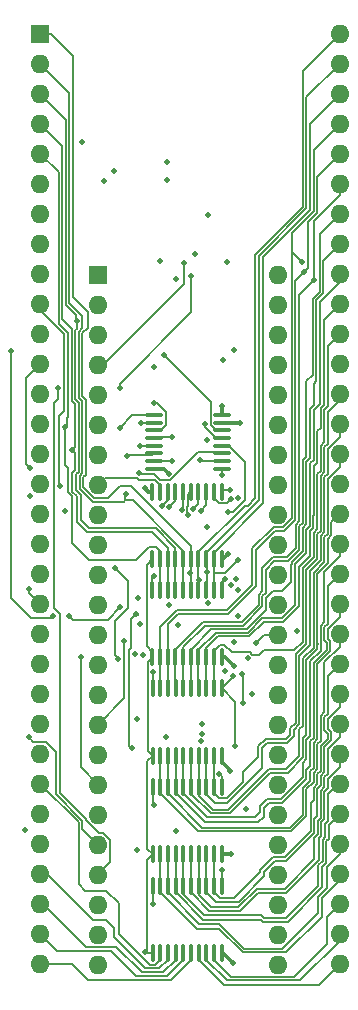
<source format=gbr>
G04 #@! TF.GenerationSoftware,KiCad,Pcbnew,7.0.5*
G04 #@! TF.CreationDate,2023-06-23T21:15:37-07:00*
G04 #@! TF.ProjectId,MCL68,4d434c36-382e-46b6-9963-61645f706362,rev?*
G04 #@! TF.SameCoordinates,Original*
G04 #@! TF.FileFunction,Copper,L1,Top*
G04 #@! TF.FilePolarity,Positive*
%FSLAX46Y46*%
G04 Gerber Fmt 4.6, Leading zero omitted, Abs format (unit mm)*
G04 Created by KiCad (PCBNEW 7.0.5) date 2023-06-23 21:15:37*
%MOMM*%
%LPD*%
G01*
G04 APERTURE LIST*
G04 Aperture macros list*
%AMRoundRect*
0 Rectangle with rounded corners*
0 $1 Rounding radius*
0 $2 $3 $4 $5 $6 $7 $8 $9 X,Y pos of 4 corners*
0 Add a 4 corners polygon primitive as box body*
4,1,4,$2,$3,$4,$5,$6,$7,$8,$9,$2,$3,0*
0 Add four circle primitives for the rounded corners*
1,1,$1+$1,$2,$3*
1,1,$1+$1,$4,$5*
1,1,$1+$1,$6,$7*
1,1,$1+$1,$8,$9*
0 Add four rect primitives between the rounded corners*
20,1,$1+$1,$2,$3,$4,$5,0*
20,1,$1+$1,$4,$5,$6,$7,0*
20,1,$1+$1,$6,$7,$8,$9,0*
20,1,$1+$1,$8,$9,$2,$3,0*%
G04 Aperture macros list end*
G04 #@! TA.AperFunction,SMDPad,CuDef*
%ADD10RoundRect,0.100000X-0.100000X0.637500X-0.100000X-0.637500X0.100000X-0.637500X0.100000X0.637500X0*%
G04 #@! TD*
G04 #@! TA.AperFunction,SMDPad,CuDef*
%ADD11RoundRect,0.100000X-0.637500X-0.100000X0.637500X-0.100000X0.637500X0.100000X-0.637500X0.100000X0*%
G04 #@! TD*
G04 #@! TA.AperFunction,ComponentPad*
%ADD12R,1.600000X1.600000*%
G04 #@! TD*
G04 #@! TA.AperFunction,ComponentPad*
%ADD13O,1.600000X1.600000*%
G04 #@! TD*
G04 #@! TA.AperFunction,ViaPad*
%ADD14C,0.500000*%
G04 #@! TD*
G04 #@! TA.AperFunction,Conductor*
%ADD15C,0.152400*%
G04 #@! TD*
G04 #@! TA.AperFunction,Conductor*
%ADD16C,0.304800*%
G04 #@! TD*
G04 APERTURE END LIST*
D10*
X154512200Y-119159100D03*
X153862200Y-119159100D03*
X153212200Y-119159100D03*
X152562200Y-119159100D03*
X151912200Y-119159100D03*
X151262200Y-119159100D03*
X150612200Y-119159100D03*
X149962200Y-119159100D03*
X149312200Y-119159100D03*
X148662200Y-119159100D03*
X148662200Y-124884100D03*
X149312200Y-124884100D03*
X149962200Y-124884100D03*
X150612200Y-124884100D03*
X151262200Y-124884100D03*
X151912200Y-124884100D03*
X152562200Y-124884100D03*
X153212200Y-124884100D03*
X153862200Y-124884100D03*
X154512200Y-124884100D03*
D11*
X148826300Y-87666400D03*
X148826300Y-88316400D03*
X148826300Y-88966400D03*
X148826300Y-89616400D03*
X148826300Y-90266400D03*
X148826300Y-90916400D03*
X148826300Y-91566400D03*
X148826300Y-92216400D03*
X154551300Y-92216400D03*
X154551300Y-91566400D03*
X154551300Y-90916400D03*
X154551300Y-90266400D03*
X154551300Y-89616400D03*
X154551300Y-88966400D03*
X154551300Y-88316400D03*
X154551300Y-87666400D03*
D12*
X144043400Y-75793600D03*
D13*
X144043400Y-78333600D03*
X144043400Y-80873600D03*
X144043400Y-83413600D03*
X144043400Y-85953600D03*
X144043400Y-88493600D03*
X144043400Y-91033600D03*
X144043400Y-93573600D03*
X144043400Y-96113600D03*
X144043400Y-98653600D03*
X144043400Y-101193600D03*
X144043400Y-103733600D03*
X144043400Y-106273600D03*
X144043400Y-108813600D03*
X144043400Y-111353600D03*
X144043400Y-113893600D03*
X144043400Y-116433600D03*
X144043400Y-118973600D03*
X144043400Y-121513600D03*
X144043400Y-124053600D03*
X144043400Y-126593600D03*
X144043400Y-129133600D03*
X144043400Y-131673600D03*
X144043400Y-134213600D03*
X159283400Y-134213600D03*
X159283400Y-131673600D03*
X159283400Y-129133600D03*
X159283400Y-126593600D03*
X159283400Y-124053600D03*
X159283400Y-121513600D03*
X159283400Y-118973600D03*
X159283400Y-116433600D03*
X159283400Y-113893600D03*
X159283400Y-111353600D03*
X159283400Y-108813600D03*
X159283400Y-106273600D03*
X159283400Y-103733600D03*
X159283400Y-101193600D03*
X159283400Y-98653600D03*
X159283400Y-96113600D03*
X159283400Y-93573600D03*
X159283400Y-91033600D03*
X159283400Y-88493600D03*
X159283400Y-85953600D03*
X159283400Y-83413600D03*
X159283400Y-80873600D03*
X159283400Y-78333600D03*
X159283400Y-75793600D03*
D10*
X154501200Y-94173200D03*
X153851200Y-94173200D03*
X153201200Y-94173200D03*
X152551200Y-94173200D03*
X151901200Y-94173200D03*
X151251200Y-94173200D03*
X150601200Y-94173200D03*
X149951200Y-94173200D03*
X149301200Y-94173200D03*
X148651200Y-94173200D03*
X148651200Y-99898200D03*
X149301200Y-99898200D03*
X149951200Y-99898200D03*
X150601200Y-99898200D03*
X151251200Y-99898200D03*
X151901200Y-99898200D03*
X152551200Y-99898200D03*
X153201200Y-99898200D03*
X153851200Y-99898200D03*
X154501200Y-99898200D03*
D12*
X139141200Y-55397400D03*
D13*
X139141200Y-57937400D03*
X139141200Y-60477400D03*
X139141200Y-63017400D03*
X139141200Y-65557400D03*
X139141200Y-68097400D03*
X139141200Y-70637400D03*
X139141200Y-73177400D03*
X139141200Y-75717400D03*
X139141200Y-78257400D03*
X139141200Y-80797400D03*
X139141200Y-83337400D03*
X139141200Y-85877400D03*
X139141200Y-88417400D03*
X139141200Y-90957400D03*
X139141200Y-93497400D03*
X139141200Y-96037400D03*
X139141200Y-98577400D03*
X139141200Y-101117400D03*
X139141200Y-103657400D03*
X139141200Y-106197400D03*
X139141200Y-108737400D03*
X139141200Y-111277400D03*
X139141200Y-113817400D03*
X139141200Y-116357400D03*
X139141200Y-118897400D03*
X139141200Y-121437400D03*
X139141200Y-123977400D03*
X139141200Y-126517400D03*
X139141200Y-129057400D03*
X139141200Y-131597400D03*
X139141200Y-134137400D03*
X164541200Y-134137400D03*
X164541200Y-131597400D03*
X164541200Y-129057400D03*
X164541200Y-126517400D03*
X164541200Y-123977400D03*
X164541200Y-121437400D03*
X164541200Y-118897400D03*
X164541200Y-116357400D03*
X164541200Y-113817400D03*
X164541200Y-111277400D03*
X164541200Y-108737400D03*
X164541200Y-106197400D03*
X164541200Y-103657400D03*
X164541200Y-101117400D03*
X164541200Y-98577400D03*
X164541200Y-96037400D03*
X164541200Y-93497400D03*
X164541200Y-90957400D03*
X164541200Y-88417400D03*
X164541200Y-85877400D03*
X164541200Y-83337400D03*
X164541200Y-80797400D03*
X164541200Y-78257400D03*
X164541200Y-75717400D03*
X164541200Y-73177400D03*
X164541200Y-70637400D03*
X164541200Y-68097400D03*
X164541200Y-65557400D03*
X164541200Y-63017400D03*
X164541200Y-60477400D03*
X164541200Y-57937400D03*
X164541200Y-55397400D03*
D10*
X154512200Y-127541100D03*
X153862200Y-127541100D03*
X153212200Y-127541100D03*
X152562200Y-127541100D03*
X151912200Y-127541100D03*
X151262200Y-127541100D03*
X150612200Y-127541100D03*
X149962200Y-127541100D03*
X149312200Y-127541100D03*
X148662200Y-127541100D03*
X148662200Y-133266100D03*
X149312200Y-133266100D03*
X149962200Y-133266100D03*
X150612200Y-133266100D03*
X151262200Y-133266100D03*
X151912200Y-133266100D03*
X152562200Y-133266100D03*
X153212200Y-133266100D03*
X153862200Y-133266100D03*
X154512200Y-133266100D03*
X154516200Y-110810200D03*
X153866200Y-110810200D03*
X153216200Y-110810200D03*
X152566200Y-110810200D03*
X151916200Y-110810200D03*
X151266200Y-110810200D03*
X150616200Y-110810200D03*
X149966200Y-110810200D03*
X149316200Y-110810200D03*
X148666200Y-110810200D03*
X148666200Y-116535200D03*
X149316200Y-116535200D03*
X149966200Y-116535200D03*
X150616200Y-116535200D03*
X151266200Y-116535200D03*
X151916200Y-116535200D03*
X152566200Y-116535200D03*
X153216200Y-116535200D03*
X153866200Y-116535200D03*
X154516200Y-116535200D03*
X154501200Y-102479000D03*
X153851200Y-102479000D03*
X153201200Y-102479000D03*
X152551200Y-102479000D03*
X151901200Y-102479000D03*
X151251200Y-102479000D03*
X150601200Y-102479000D03*
X149951200Y-102479000D03*
X149301200Y-102479000D03*
X148651200Y-102479000D03*
X148651200Y-108204000D03*
X149301200Y-108204000D03*
X149951200Y-108204000D03*
X150601200Y-108204000D03*
X151251200Y-108204000D03*
X151901200Y-108204000D03*
X152551200Y-108204000D03*
X153201200Y-108204000D03*
X153851200Y-108204000D03*
X154501200Y-108204000D03*
D14*
X149840380Y-114939000D03*
X151866600Y-101092010D03*
X146431000Y-94386400D03*
X147550435Y-92557298D03*
X142231400Y-79730600D03*
X149606000Y-82575400D03*
X141859000Y-90652600D03*
X147599400Y-90271600D03*
X147671600Y-88341200D03*
X141208822Y-88703022D03*
X140788200Y-93684125D03*
X153361200Y-103632000D03*
X155701094Y-101550106D03*
X138328400Y-92176600D03*
X155579000Y-106908600D03*
X142697200Y-64566800D03*
X156714000Y-108258720D03*
X148793200Y-101346000D03*
X156032200Y-88315800D03*
X144576800Y-67868800D03*
X148742400Y-109474000D03*
X148818600Y-120675400D03*
X152273000Y-74015600D03*
X148005800Y-93878400D03*
X150626478Y-76153678D03*
X154990800Y-74752200D03*
X155549600Y-82143600D03*
X150622000Y-122885200D03*
X152810962Y-114660163D03*
X150016219Y-92638938D03*
X154833985Y-109314273D03*
X147447000Y-103149400D03*
X148712200Y-129082800D03*
X153390600Y-70739000D03*
X152654000Y-91524231D03*
X147574000Y-105410000D03*
X138222166Y-102445175D03*
X150786714Y-105463797D03*
X153106600Y-88432719D03*
X146532600Y-91135200D03*
X148793200Y-86664800D03*
X146913600Y-115900200D03*
X147294600Y-104546400D03*
X145948422Y-103906922D03*
X141605000Y-104698800D03*
X162331400Y-76250800D03*
X161497804Y-75569000D03*
X161284243Y-74721047D03*
X156337000Y-112090200D03*
X156235400Y-109626400D03*
X155938822Y-99915378D03*
X153301443Y-100949783D03*
X152624600Y-101648259D03*
X147320000Y-113411000D03*
X154325922Y-118038278D03*
X149885400Y-67741800D03*
X154533600Y-126238000D03*
X155676600Y-115671600D03*
X155448000Y-109753400D03*
X149910800Y-66268600D03*
X148024366Y-133153634D03*
X145865360Y-88763396D03*
X138172000Y-114919613D03*
X150342600Y-89560400D03*
X150317200Y-91592400D03*
X154580400Y-92786200D03*
X155016200Y-95885000D03*
X157407796Y-106984800D03*
X155194000Y-94005400D03*
X154809895Y-101537138D03*
X145389600Y-67005200D03*
X147370800Y-124485400D03*
X155041600Y-99466400D03*
X149326600Y-74625200D03*
X155524200Y-108915200D03*
X155219400Y-117830600D03*
X154551300Y-86926500D03*
X152788849Y-115312191D03*
X155270202Y-124884100D03*
X155448000Y-134086600D03*
X153238200Y-97155000D03*
X153238200Y-89789000D03*
X150037800Y-103733600D03*
X147175837Y-107894967D03*
X145867722Y-85403600D03*
X140694600Y-85398796D03*
X151917400Y-75920600D03*
X146257731Y-106852233D03*
X136719596Y-82287216D03*
X140246543Y-104690200D03*
X155288495Y-102060535D03*
X147825085Y-107959047D03*
X155902100Y-102455600D03*
X145469800Y-100609400D03*
X145745200Y-108305600D03*
X141274800Y-95783400D03*
X138277600Y-94538796D03*
X155287910Y-94786089D03*
X152746690Y-95781831D03*
X152102962Y-95675799D03*
X151649993Y-96145318D03*
X151120750Y-95700491D03*
X150080378Y-95508000D03*
X149438428Y-95391681D03*
X137828624Y-122775376D03*
X148818600Y-83642200D03*
X142570200Y-108153200D03*
X152811093Y-113796693D03*
X156616400Y-121005600D03*
X160858200Y-105994200D03*
X155934600Y-94699945D03*
X154670176Y-83048915D03*
X151307800Y-74777600D03*
X155897932Y-104662117D03*
X157124400Y-111302800D03*
D15*
X143179800Y-80282539D02*
X142722600Y-80739739D01*
X151901200Y-99898200D02*
X151901200Y-101057410D01*
X143179800Y-78924661D02*
X143179800Y-80282539D01*
X146812000Y-93675200D02*
X151901200Y-98764400D01*
X143014800Y-92748000D02*
X142798800Y-92964000D01*
X142722600Y-80739739D02*
X142722600Y-86087461D01*
X151901200Y-101057410D02*
X151866600Y-101092010D01*
X139141200Y-55397400D02*
X140093600Y-55397400D01*
X140093600Y-55397400D02*
X141935200Y-57239000D01*
X151901200Y-99898200D02*
X151901200Y-102479000D01*
X142722600Y-86087461D02*
X143014800Y-86379661D01*
X141935200Y-77680061D02*
X143179800Y-78924661D01*
X142798800Y-93783661D02*
X143731739Y-94716600D01*
X145897600Y-93675200D02*
X146812000Y-93675200D01*
X143014800Y-86379661D02*
X143014800Y-92748000D01*
X142798800Y-92964000D02*
X142798800Y-93783661D01*
X143731739Y-94716600D02*
X144856200Y-94716600D01*
X151901200Y-98764400D02*
X151901200Y-100685600D01*
X144856200Y-94716600D02*
X145897600Y-93675200D01*
X141935200Y-57239000D02*
X141935200Y-77680061D01*
X150139400Y-93192600D02*
X149303863Y-93192600D01*
X149303863Y-93192600D02*
X148756263Y-92645000D01*
X148756263Y-92645000D02*
X147638137Y-92645000D01*
X151251200Y-99898200D02*
X151251200Y-102479000D01*
X143605487Y-95021400D02*
X146240400Y-95021400D01*
X142494000Y-92837748D02*
X142494000Y-93909913D01*
X154551300Y-90916400D02*
X154447900Y-90813000D01*
X146354800Y-94907000D02*
X147001652Y-94907000D01*
X154447900Y-90813000D02*
X152519000Y-90813000D01*
X141630400Y-78231252D02*
X142710000Y-79310852D01*
X142710000Y-79310852D02*
X142710000Y-80321287D01*
X151251200Y-99156548D02*
X151251200Y-99898200D01*
X142710000Y-80321287D02*
X142417800Y-80613487D01*
X147001652Y-94907000D02*
X151251200Y-99156548D01*
X146240400Y-95021400D02*
X146354800Y-94907000D01*
X139141200Y-57937400D02*
X141630400Y-60426600D01*
X142710000Y-86505913D02*
X142710000Y-92621748D01*
X147638137Y-92645000D02*
X147550435Y-92557298D01*
X142417800Y-80613487D02*
X142417800Y-86213713D01*
X141630400Y-60426600D02*
X141630400Y-78231252D01*
X152519000Y-90813000D02*
X150139400Y-93192600D01*
X142417800Y-86213713D02*
X142710000Y-86505913D01*
X146354800Y-94907000D02*
X146354800Y-94462600D01*
X142494000Y-93909913D02*
X143605487Y-95021400D01*
X146354800Y-94462600D02*
X146431000Y-94386400D01*
X142710000Y-92621748D02*
X142494000Y-92837748D01*
X154551300Y-88966400D02*
X153999089Y-88966400D01*
X139141200Y-60477400D02*
X141325600Y-62661800D01*
X142405200Y-92495496D02*
X142405200Y-86632165D01*
X141325600Y-78357504D02*
X142163800Y-79195704D01*
X142189200Y-92711496D02*
X142405200Y-92495496D01*
X142570200Y-96570800D02*
X142570200Y-94417165D01*
X142113000Y-80487235D02*
X142240000Y-80360235D01*
X150601200Y-99898200D02*
X150601200Y-98937600D01*
X148945600Y-97282000D02*
X143281400Y-97282000D01*
X141325600Y-62661800D02*
X141325600Y-78357504D01*
X153999089Y-88966400D02*
X153585200Y-88552511D01*
X153585200Y-86554600D02*
X149606000Y-82575400D01*
X142163800Y-79663000D02*
X142231400Y-79730600D01*
X142240000Y-80360235D02*
X142240000Y-79739200D01*
X142163800Y-79195704D02*
X142163800Y-79663000D01*
X142189200Y-94036165D02*
X142189200Y-92711496D01*
X153585200Y-88552511D02*
X153585200Y-86554600D01*
X142113000Y-86339965D02*
X142113000Y-80487235D01*
X150601200Y-98937600D02*
X148945600Y-97282000D01*
X142405200Y-86632165D02*
X142113000Y-86339965D01*
X142570200Y-94417165D02*
X142189200Y-94036165D01*
X143281400Y-97282000D02*
X142570200Y-96570800D01*
X150601200Y-99898200D02*
X150601200Y-102479000D01*
X142240000Y-79739200D02*
X142231400Y-79730600D01*
X141808200Y-86466217D02*
X142100400Y-86758417D01*
X149951200Y-99898200D02*
X149951200Y-102479000D01*
X143155148Y-97586800D02*
X148615400Y-97586800D01*
X149951200Y-98922600D02*
X149951200Y-99898200D01*
X142100400Y-92369244D02*
X141884400Y-92585244D01*
X142100400Y-90411200D02*
X141859000Y-90652600D01*
X141884400Y-94162417D02*
X142265400Y-94543417D01*
X139141200Y-63017400D02*
X141020800Y-64897000D01*
X142100400Y-86758417D02*
X142100400Y-90411200D01*
X142100400Y-90894000D02*
X142100400Y-92369244D01*
X141020800Y-79573583D02*
X141808200Y-80360983D01*
X141859000Y-90652600D02*
X142100400Y-90894000D01*
X141808200Y-80360983D02*
X141808200Y-86466217D01*
X148615400Y-97586800D02*
X149951200Y-98922600D01*
X148821100Y-90271600D02*
X148826300Y-90266400D01*
X141020800Y-64897000D02*
X141020800Y-79573583D01*
X142265400Y-96697052D02*
X143155148Y-97586800D01*
X147599400Y-90271600D02*
X148821100Y-90271600D01*
X141884400Y-92585244D02*
X141884400Y-94162417D01*
X142265400Y-94543417D02*
X142265400Y-96697052D01*
X141198600Y-88900000D02*
X141208822Y-88889778D01*
X140716000Y-79958452D02*
X141503400Y-80745852D01*
X147269200Y-99949000D02*
X148386800Y-98831400D01*
X141859000Y-98552000D02*
X143256000Y-99949000D01*
X141266800Y-91922600D02*
X141528800Y-92184600D01*
X141427200Y-88671400D02*
X141198600Y-88900000D01*
X148945600Y-98831400D02*
X149301200Y-99187000D01*
X147696400Y-88316400D02*
X147671600Y-88341200D01*
X141198600Y-88900000D02*
X141266800Y-88968200D01*
X141427200Y-87909400D02*
X141427200Y-88671400D01*
X139141200Y-65557400D02*
X140716000Y-67132200D01*
X149301200Y-99898200D02*
X149301200Y-102479000D01*
X148386800Y-98831400D02*
X148945600Y-98831400D01*
X141528800Y-94237869D02*
X141859000Y-94568069D01*
X140716000Y-67132200D02*
X140716000Y-79958452D01*
X141528800Y-92184600D02*
X141528800Y-94237869D01*
X149301200Y-99187000D02*
X149301200Y-99898200D01*
X141503400Y-80745852D02*
X141503400Y-87833200D01*
X143256000Y-99949000D02*
X147269200Y-99949000D01*
X141266800Y-88968200D02*
X141266800Y-91922600D01*
X148826300Y-88316400D02*
X147696400Y-88316400D01*
X141208822Y-88889778D02*
X141208822Y-88703022D01*
X141503400Y-87833200D02*
X141427200Y-87909400D01*
X141859000Y-94568069D02*
X141859000Y-98552000D01*
X139141200Y-78257400D02*
X139141200Y-78814704D01*
X141173200Y-87325200D02*
X140720000Y-87778400D01*
X139141200Y-78814704D02*
X141173200Y-80846704D01*
X140720000Y-87778400D02*
X140720000Y-93615925D01*
X140720000Y-93615925D02*
X140788200Y-93684125D01*
X141173200Y-80846704D02*
X141173200Y-87325200D01*
X138328400Y-92176600D02*
X137947400Y-91795600D01*
X137947400Y-91795600D02*
X137947400Y-84531200D01*
X137947400Y-84531200D02*
X139141200Y-83337400D01*
X148666200Y-109550200D02*
X148742400Y-109474000D01*
D16*
X154551300Y-88316400D02*
X156031600Y-88316400D01*
D15*
X148662200Y-127541100D02*
X148662200Y-129032800D01*
X156031600Y-88316400D02*
X156032200Y-88315800D01*
X148662200Y-119159100D02*
X148662200Y-120519000D01*
D16*
X149593681Y-92216400D02*
X150016219Y-92638938D01*
D15*
X148651200Y-101488000D02*
X148793200Y-101346000D01*
D16*
X148651200Y-94173200D02*
X148300600Y-94173200D01*
D15*
X148662200Y-120519000D02*
X148818600Y-120675400D01*
D16*
X148300600Y-94173200D02*
X148005800Y-93878400D01*
D15*
X148666200Y-110810200D02*
X148666200Y-109550200D01*
D16*
X148826300Y-92216400D02*
X149593681Y-92216400D01*
D15*
X148651200Y-102479000D02*
X148651200Y-101488000D01*
X148662200Y-129032800D02*
X148712200Y-129082800D01*
X152696169Y-91566400D02*
X152654000Y-91524231D01*
X154551300Y-91566400D02*
X152696169Y-91566400D01*
X138222166Y-102738366D02*
X138222166Y-102445175D01*
X139141200Y-103657400D02*
X138222166Y-102738366D01*
X153999089Y-89616400D02*
X153106600Y-88723911D01*
X154551300Y-89616400D02*
X153999089Y-89616400D01*
X153106600Y-88723911D02*
X153106600Y-88432719D01*
X148826300Y-90916400D02*
X148658300Y-91084400D01*
X148658300Y-91084400D02*
X146583400Y-91084400D01*
X146583400Y-91084400D02*
X146532600Y-91135200D01*
X149792400Y-88552511D02*
X149378511Y-88966400D01*
X149792400Y-87430289D02*
X149792400Y-88552511D01*
X149026911Y-86664800D02*
X149792400Y-87430289D01*
X149378511Y-88966400D02*
X148826300Y-88966400D01*
X148793200Y-86664800D02*
X149026911Y-86664800D01*
X142405200Y-127419200D02*
X142405200Y-122161400D01*
X142925800Y-127939800D02*
X142405200Y-127419200D01*
X149312200Y-133266100D02*
X149312200Y-133818311D01*
X144729200Y-127939800D02*
X142925800Y-127939800D01*
X149312200Y-133818311D02*
X148898311Y-134232200D01*
X145821400Y-129032000D02*
X144729200Y-127939800D01*
X142405200Y-122161400D02*
X139141200Y-118897400D01*
X145821400Y-131627511D02*
X145821400Y-129032000D01*
X148898311Y-134232200D02*
X148426089Y-134232200D01*
X148426089Y-134232200D02*
X145821400Y-131627511D01*
X147447000Y-104546400D02*
X147396200Y-104597200D01*
X146871037Y-107365050D02*
X146871037Y-104969963D01*
X146697237Y-107538850D02*
X146871037Y-107365050D01*
X146697237Y-115683837D02*
X146697237Y-107538850D01*
X147294600Y-104546400D02*
X147447000Y-104546400D01*
X146871037Y-104969963D02*
X147294600Y-104546400D01*
X146913600Y-115900200D02*
X146697237Y-115683837D01*
X141909800Y-105003600D02*
X141605000Y-104698800D01*
X145948422Y-103906922D02*
X144851744Y-105003600D01*
X144851744Y-105003600D02*
X141909800Y-105003600D01*
X144703800Y-130429000D02*
X143662400Y-130429000D01*
X145364200Y-131089400D02*
X144703800Y-130429000D01*
X145364200Y-131851400D02*
X145364200Y-131089400D01*
X148049800Y-134537000D02*
X145364200Y-131851400D01*
X149243511Y-134537000D02*
X148049800Y-134537000D01*
X149962200Y-133266100D02*
X149962200Y-133818311D01*
X139750800Y-126517400D02*
X139141200Y-126517400D01*
X149962200Y-133818311D02*
X149243511Y-134537000D01*
X143662400Y-130429000D02*
X139750800Y-126517400D01*
X139141200Y-129057400D02*
X139420600Y-129057400D01*
X150612200Y-133818311D02*
X150612200Y-133266100D01*
X145605400Y-132702200D02*
X147745000Y-134841800D01*
X139420600Y-129057400D02*
X143065400Y-132702200D01*
X143065400Y-132702200D02*
X145605400Y-132702200D01*
X149588711Y-134841800D02*
X150612200Y-133818311D01*
X147745000Y-134841800D02*
X149588711Y-134841800D01*
X147277355Y-135161555D02*
X145186400Y-133070600D01*
X149918955Y-135161555D02*
X147277355Y-135161555D01*
X145186400Y-133070600D02*
X140614400Y-133070600D01*
X151262200Y-133266100D02*
X151262200Y-133818311D01*
X140614400Y-133070600D02*
X139141200Y-131597400D01*
X151262200Y-133818311D02*
X149918955Y-135161555D01*
X151912200Y-133266100D02*
X151912200Y-133818311D01*
X141859000Y-134137400D02*
X139141200Y-134137400D01*
X151912200Y-133818311D02*
X150221511Y-135509000D01*
X150221511Y-135509000D02*
X143230600Y-135509000D01*
X143230600Y-135509000D02*
X141859000Y-134137400D01*
X152562200Y-133266100D02*
X152562200Y-133818311D01*
X152562200Y-133818311D02*
X154684689Y-135940800D01*
X154684689Y-135940800D02*
X162737800Y-135940800D01*
X162737800Y-135940800D02*
X164541200Y-134137400D01*
X164541200Y-132180852D02*
X164541200Y-131597400D01*
X161175052Y-135547000D02*
X164541200Y-132180852D01*
X153212200Y-133818311D02*
X154940889Y-135547000D01*
X153212200Y-133266100D02*
X153212200Y-133818311D01*
X154940889Y-135547000D02*
X161175052Y-135547000D01*
X163398200Y-132499000D02*
X163398200Y-130200400D01*
X153862200Y-133266100D02*
X153862200Y-133818311D01*
X155286089Y-135242200D02*
X160655000Y-135242200D01*
X163398200Y-130200400D02*
X164541200Y-129057400D01*
X160655000Y-135242200D02*
X163398200Y-132499000D01*
X153862200Y-133818311D02*
X155286089Y-135242200D01*
X159993852Y-133172200D02*
X156311600Y-133172200D01*
X152409889Y-131191000D02*
X149312200Y-128093311D01*
X149312200Y-124884100D02*
X149312200Y-127541100D01*
X156311600Y-133172200D02*
X154330400Y-131191000D01*
X164541200Y-126517400D02*
X164541200Y-127050800D01*
X163017200Y-128574800D02*
X163017200Y-130148852D01*
X164541200Y-127050800D02*
X163017200Y-128574800D01*
X163017200Y-130148852D02*
X159993852Y-133172200D01*
X154330400Y-131191000D02*
X152409889Y-131191000D01*
X149312200Y-128093311D02*
X149312200Y-127541100D01*
X162712400Y-128448548D02*
X162712400Y-129819400D01*
X154304252Y-130733800D02*
X152602689Y-130733800D01*
X164541200Y-124838008D02*
X163474400Y-125904808D01*
X156437852Y-132867400D02*
X154304252Y-130733800D01*
X162712400Y-129819400D02*
X159664400Y-132867400D01*
X163474400Y-127686548D02*
X162712400Y-128448548D01*
X164541200Y-123977400D02*
X164541200Y-124838008D01*
X149962200Y-124884100D02*
X149962200Y-127541100D01*
X159664400Y-132867400D02*
X156437852Y-132867400D01*
X152602689Y-130733800D02*
X149962200Y-128093311D01*
X149962200Y-128093311D02*
X149962200Y-127541100D01*
X163474400Y-125904808D02*
X163474400Y-127686548D01*
X150612200Y-124884100D02*
X150612200Y-127541100D01*
X160095452Y-130581400D02*
X157988748Y-130581400D01*
X164541200Y-121437400D02*
X163576000Y-122402600D01*
X163372800Y-123744860D02*
X163372800Y-125575356D01*
X163576000Y-122402600D02*
X163576000Y-123541660D01*
X150612200Y-128093311D02*
X150612200Y-127541100D01*
X163017200Y-127659652D02*
X160095452Y-130581400D01*
X157836348Y-130429000D02*
X152947889Y-130429000D01*
X163017200Y-125930956D02*
X163017200Y-127659652D01*
X163372800Y-125575356D02*
X163017200Y-125930956D01*
X157988748Y-130581400D02*
X157836348Y-130429000D01*
X163576000Y-123541660D02*
X163372800Y-123744860D01*
X152947889Y-130429000D02*
X150612200Y-128093311D01*
X159969200Y-130276600D02*
X158115000Y-130276600D01*
X151262200Y-124884100D02*
X151262200Y-127541100D01*
X164338000Y-118897400D02*
X163512600Y-119722800D01*
X163068000Y-123618608D02*
X163068000Y-125449104D01*
X158115000Y-130276600D02*
X157835600Y-129997200D01*
X157835600Y-129997200D02*
X153060400Y-129997200D01*
X162712400Y-125804704D02*
X162712400Y-127533400D01*
X163512600Y-119722800D02*
X163512600Y-122034948D01*
X162712400Y-127533400D02*
X159969200Y-130276600D01*
X163271200Y-122276348D02*
X163271200Y-123415408D01*
X163068000Y-125449104D02*
X162712400Y-125804704D01*
X163271200Y-123415408D02*
X163068000Y-123618608D01*
X153060400Y-129997200D02*
X151262200Y-128199000D01*
X151262200Y-128199000D02*
X151262200Y-127541100D01*
X163512600Y-122034948D02*
X163271200Y-122276348D01*
X164541200Y-118897400D02*
X164338000Y-118897400D01*
X159981052Y-128105000D02*
X157591956Y-128105000D01*
X164541200Y-116357400D02*
X164541200Y-117442739D01*
X156055356Y-129641600D02*
X153460489Y-129641600D01*
X162966400Y-122150096D02*
X162966400Y-123289156D01*
X151912200Y-124884100D02*
X151912200Y-127541100D01*
X153460489Y-129641600D02*
X151912200Y-128093311D01*
X162966400Y-123289156D02*
X162763200Y-123492356D01*
X163207800Y-121908696D02*
X162966400Y-122150096D01*
X163512600Y-119291748D02*
X163207800Y-119596548D01*
X151912200Y-128093311D02*
X151912200Y-127541100D01*
X162763200Y-123492356D02*
X162763200Y-125322852D01*
X164541200Y-117442739D02*
X163512600Y-118471339D01*
X163207800Y-119596548D02*
X163207800Y-121908696D01*
X162763200Y-125322852D02*
X159981052Y-128105000D01*
X163512600Y-118471339D02*
X163512600Y-119291748D01*
X157591956Y-128105000D02*
X156055356Y-129641600D01*
X163512600Y-118040287D02*
X163207800Y-118345087D01*
X162356800Y-125298200D02*
X159854800Y-127800200D01*
X153586740Y-129336800D02*
X152562200Y-128312259D01*
X164541200Y-114902739D02*
X163512600Y-115931339D01*
X162661600Y-122023844D02*
X162661600Y-123162904D01*
X155929104Y-129336800D02*
X153586740Y-129336800D01*
X162661600Y-123162904D02*
X162356800Y-123467704D01*
X152562200Y-124884100D02*
X152562200Y-127541100D01*
X163512600Y-115931339D02*
X163512600Y-118040287D01*
X164541200Y-113817400D02*
X164541200Y-114902739D01*
X163207800Y-119165496D02*
X162903000Y-119470296D01*
X162903000Y-119470296D02*
X162903000Y-121782444D01*
X163207800Y-118345087D02*
X163207800Y-119165496D01*
X162903000Y-121782444D02*
X162661600Y-122023844D01*
X152562200Y-128312259D02*
X152562200Y-127541100D01*
X157465704Y-127800200D02*
X155929104Y-129336800D01*
X162356800Y-123467704D02*
X162356800Y-125298200D01*
X159854800Y-127800200D02*
X157465704Y-127800200D01*
X153212200Y-124884100D02*
X153212200Y-127541100D01*
X163512600Y-113391339D02*
X163512600Y-114243461D01*
X164541200Y-112362739D02*
X163512600Y-113391339D01*
X153998489Y-128879600D02*
X153212200Y-128093311D01*
X162598200Y-121656192D02*
X162356800Y-121897592D01*
X158997139Y-125425200D02*
X158089600Y-126332739D01*
X162903000Y-119039244D02*
X162598200Y-119344044D01*
X158089600Y-126745252D02*
X155955252Y-128879600D01*
X162356800Y-123036652D02*
X159968252Y-125425200D01*
X163207800Y-115805087D02*
X163207800Y-117914035D01*
X158089600Y-126332739D02*
X158089600Y-126745252D01*
X162598200Y-119344044D02*
X162598200Y-121656192D01*
X153212200Y-128093311D02*
X153212200Y-127541100D01*
X163804600Y-115208287D02*
X163207800Y-115805087D01*
X159968252Y-125425200D02*
X158997139Y-125425200D01*
X163804600Y-114535461D02*
X163804600Y-115208287D01*
X162903000Y-118218835D02*
X162903000Y-119039244D01*
X164541200Y-111277400D02*
X164541200Y-112362739D01*
X155955252Y-128879600D02*
X153998489Y-128879600D01*
X163512600Y-114243461D02*
X163804600Y-114535461D01*
X162356800Y-121897592D02*
X162356800Y-123036652D01*
X163207800Y-117914035D02*
X162903000Y-118218835D01*
X157784800Y-126365000D02*
X155575000Y-128574800D01*
X162598200Y-118092583D02*
X162598200Y-118912992D01*
X162598200Y-118912992D02*
X162293400Y-119217792D01*
X155575000Y-128574800D02*
X154343689Y-128574800D01*
X162293400Y-120293861D02*
X162052000Y-120535261D01*
X154343689Y-128574800D02*
X153862200Y-128093311D01*
X163207800Y-114369713D02*
X163499800Y-114661713D01*
X163207800Y-113265087D02*
X163207800Y-114369713D01*
X162903000Y-115678835D02*
X162903000Y-117787783D01*
X162903000Y-117787783D02*
X162598200Y-118092583D01*
X163512600Y-109766000D02*
X163512600Y-112960287D01*
X153862200Y-124884100D02*
X153862200Y-127541100D01*
X162052000Y-120535261D02*
X162052000Y-122910400D01*
X163499800Y-115082035D02*
X162903000Y-115678835D01*
X162052000Y-122910400D02*
X159842000Y-125120400D01*
X158870887Y-125120400D02*
X157784800Y-126206487D01*
X159842000Y-125120400D02*
X158870887Y-125120400D01*
X157784800Y-126206487D02*
X157784800Y-126365000D01*
X164541200Y-108737400D02*
X163512600Y-109766000D01*
X163499800Y-114661713D02*
X163499800Y-115082035D01*
X162293400Y-119217792D02*
X162293400Y-120293861D01*
X153862200Y-128093311D02*
X153862200Y-127541100D01*
X163512600Y-112960287D02*
X163207800Y-113265087D01*
X161696400Y-119360165D02*
X162293400Y-118763165D01*
X149316200Y-116535200D02*
X149316200Y-119155100D01*
X162903000Y-113138835D02*
X163207800Y-112834035D01*
X163207800Y-108616139D02*
X164541200Y-107282739D01*
X160425652Y-122936000D02*
X161696400Y-121665252D01*
X149312200Y-119159100D02*
X149312200Y-119711311D01*
X149316200Y-119155100D02*
X149312200Y-119159100D01*
X161696400Y-121665252D02*
X161696400Y-119360165D01*
X149312200Y-119711311D02*
X152536889Y-122936000D01*
X164541200Y-107282739D02*
X164541200Y-106197400D01*
X162903000Y-115247783D02*
X162903000Y-113138835D01*
X162293400Y-117966331D02*
X162598200Y-117661531D01*
X163207800Y-112834035D02*
X163207800Y-108616139D01*
X162598200Y-117661531D02*
X162598200Y-115552583D01*
X162598200Y-115552583D02*
X162903000Y-115247783D01*
X162293400Y-118763165D02*
X162293400Y-117966331D01*
X152536889Y-122936000D02*
X160425652Y-122936000D01*
X164541200Y-104742739D02*
X164541200Y-103657400D01*
X162293400Y-117535279D02*
X162293400Y-115426331D01*
X163512600Y-106623461D02*
X163512600Y-105771339D01*
X163512600Y-105771339D02*
X164541200Y-104742739D01*
X149962200Y-119711311D02*
X152882089Y-122631200D01*
X163703000Y-106813861D02*
X163512600Y-106623461D01*
X149966200Y-116535200D02*
X149966200Y-119155100D01*
X162293400Y-115426331D02*
X162598200Y-115121531D01*
X160274000Y-122631200D02*
X161391600Y-121513600D01*
X152882089Y-122631200D02*
X160274000Y-122631200D01*
X162598200Y-108794687D02*
X163703000Y-107689887D01*
X161988600Y-117840079D02*
X162293400Y-117535279D01*
X161391600Y-119233913D02*
X161988600Y-118636913D01*
X149966200Y-119155100D02*
X149962200Y-119159100D01*
X161988600Y-118636913D02*
X161988600Y-117840079D01*
X161391600Y-121513600D02*
X161391600Y-119233913D01*
X163703000Y-107689887D02*
X163703000Y-106813861D01*
X149962200Y-119159100D02*
X149962200Y-119711311D01*
X162598200Y-115121531D02*
X162598200Y-108794687D01*
X158508600Y-120485000D02*
X158064200Y-120929400D01*
X161683800Y-117713827D02*
X161683800Y-118458913D01*
X163207800Y-106749713D02*
X163398200Y-106940113D01*
X157580852Y-122174000D02*
X153074889Y-122174000D01*
X162293400Y-108668435D02*
X162293400Y-114995279D01*
X163512600Y-102146000D02*
X163512600Y-105340287D01*
X164541200Y-101117400D02*
X163512600Y-102146000D01*
X158064200Y-120929400D02*
X158064200Y-121690652D01*
X161988600Y-115300079D02*
X161988600Y-117409027D01*
X163398200Y-106940113D02*
X163398200Y-107563635D01*
X161683800Y-118458913D02*
X159657713Y-120485000D01*
X150616200Y-119155100D02*
X150612200Y-119159100D01*
X150616200Y-116535200D02*
X150616200Y-119155100D01*
X161988600Y-117409027D02*
X161683800Y-117713827D01*
X162293400Y-114995279D02*
X161988600Y-115300079D01*
X158064200Y-121690652D02*
X157580852Y-122174000D01*
X163512600Y-105340287D02*
X163207800Y-105645087D01*
X163398200Y-107563635D02*
X162293400Y-108668435D01*
X153074889Y-122174000D02*
X150612200Y-119711311D01*
X163207800Y-105645087D02*
X163207800Y-106749713D01*
X150612200Y-119711311D02*
X150612200Y-119159100D01*
X159657713Y-120485000D02*
X158508600Y-120485000D01*
X164541200Y-99636720D02*
X163207800Y-100970120D01*
X159531461Y-120180200D02*
X158382348Y-120180200D01*
X161379000Y-117105304D02*
X161379000Y-118332661D01*
X163207800Y-105214035D02*
X162903000Y-105518835D01*
X157759400Y-121285000D02*
X157302200Y-121742200D01*
X161988600Y-108542183D02*
X161988600Y-114869027D01*
X161683800Y-116800504D02*
X161379000Y-117105304D01*
X161683800Y-115173827D02*
X161683800Y-116800504D01*
X158382348Y-120180200D02*
X157759400Y-120803148D01*
X163207800Y-100970120D02*
X163207800Y-105214035D01*
X151266200Y-119155100D02*
X151262200Y-119159100D01*
X153293089Y-121742200D02*
X151262200Y-119711311D01*
X157302200Y-121742200D02*
X153293089Y-121742200D01*
X162903000Y-105518835D02*
X162903000Y-106875965D01*
X161988600Y-114869027D02*
X161683800Y-115173827D01*
X164541200Y-98577400D02*
X164541200Y-99636720D01*
X162966400Y-106939365D02*
X162966400Y-107158860D01*
X151266200Y-116535200D02*
X151266200Y-119155100D01*
X157759400Y-120803148D02*
X157759400Y-121285000D01*
X162903000Y-106875965D02*
X162966400Y-106939365D01*
X151262200Y-119711311D02*
X151262200Y-119159100D01*
X162903000Y-107222260D02*
X162903000Y-107627783D01*
X161379000Y-118332661D02*
X159531461Y-120180200D01*
X162903000Y-107627783D02*
X161988600Y-108542183D01*
X162966400Y-107158860D02*
X162903000Y-107222260D01*
X161379000Y-115047575D02*
X161379000Y-116674252D01*
X162598200Y-101148668D02*
X162598200Y-107002217D01*
X161683800Y-108415931D02*
X161683800Y-114742775D01*
X163512600Y-100234268D02*
X162598200Y-101148668D01*
X162598200Y-107002217D02*
X162645095Y-107049113D01*
X151916200Y-119155100D02*
X151912200Y-119159100D01*
X151916200Y-116535200D02*
X151916200Y-119155100D01*
X160108252Y-117945000D02*
X158633356Y-117945000D01*
X163804600Y-96774000D02*
X163804600Y-97859339D01*
X151912200Y-119728904D02*
X151912200Y-119159100D01*
X164541200Y-96037400D02*
X163804600Y-96774000D01*
X161683800Y-114742775D02*
X161379000Y-115047575D01*
X153569896Y-121386600D02*
X151912200Y-119728904D01*
X158633356Y-117945000D02*
X155191756Y-121386600D01*
X155191756Y-121386600D02*
X153569896Y-121386600D01*
X163512600Y-98151339D02*
X163512600Y-100234268D01*
X161379000Y-116674252D02*
X160108252Y-117945000D01*
X162598200Y-107096008D02*
X162598200Y-107501531D01*
X162645095Y-107049113D02*
X162598200Y-107096008D01*
X163804600Y-97859339D02*
X163512600Y-98151339D01*
X162598200Y-107501531D02*
X161683800Y-108415931D01*
X153746948Y-121081800D02*
X152562200Y-119897052D01*
X163512600Y-93071339D02*
X163512600Y-96463461D01*
X161379000Y-108289679D02*
X161379000Y-113980904D01*
X163207800Y-100108016D02*
X162293400Y-101022416D01*
X161379000Y-113980904D02*
X161074200Y-114285704D01*
X163499800Y-97733087D02*
X163207800Y-98025087D01*
X159982000Y-117640200D02*
X158507104Y-117640200D01*
X163207800Y-98025087D02*
X163207800Y-100108016D01*
X162293400Y-101022416D02*
X162293400Y-107375279D01*
X164541200Y-90957400D02*
X164541200Y-92042739D01*
X152562200Y-119897052D02*
X152562200Y-119159100D01*
X158507104Y-117640200D02*
X155065504Y-121081800D01*
X161074200Y-116548000D02*
X159982000Y-117640200D01*
X163550600Y-96501461D02*
X163550600Y-96596948D01*
X163512600Y-96463461D02*
X163550600Y-96501461D01*
X152566200Y-116535200D02*
X152566200Y-119155100D01*
X161074200Y-114285704D02*
X161074200Y-116548000D01*
X162293400Y-107375279D02*
X161379000Y-108289679D01*
X155065504Y-121081800D02*
X153746948Y-121081800D01*
X163499800Y-96647748D02*
X163499800Y-97733087D01*
X152566200Y-119155100D02*
X152562200Y-119159100D01*
X163550600Y-96596948D02*
X163499800Y-96647748D01*
X164541200Y-92042739D02*
X163512600Y-93071339D01*
X160604200Y-114883452D02*
X160604200Y-114324652D01*
X160082652Y-115405000D02*
X160604200Y-114883452D01*
X162903000Y-97898835D02*
X163195000Y-97606835D01*
X161975800Y-100908964D02*
X162903000Y-99981764D01*
X153216200Y-119155100D02*
X153212200Y-119159100D01*
X161074200Y-113854652D02*
X161074200Y-108062704D01*
X163207800Y-92945087D02*
X163512600Y-92640287D01*
X163195000Y-97606835D02*
X163195000Y-96521496D01*
X161975800Y-106856304D02*
X161988600Y-106843504D01*
X162903000Y-99981764D02*
X162903000Y-97898835D01*
X160604200Y-114324652D02*
X161074200Y-113854652D01*
X164541200Y-89502739D02*
X164541200Y-88417400D01*
X161975800Y-106021096D02*
X161975800Y-100908964D01*
X157937200Y-117575852D02*
X157937200Y-115849400D01*
X158381600Y-115405000D02*
X160082652Y-115405000D01*
X163195000Y-96521496D02*
X163207800Y-96508696D01*
X153216200Y-116535200D02*
X153216200Y-119155100D01*
X154990052Y-120523000D02*
X157937200Y-117575852D01*
X153212200Y-119785052D02*
X153950148Y-120523000D01*
X157937200Y-115849400D02*
X158381600Y-115405000D01*
X153950148Y-120523000D02*
X154990052Y-120523000D01*
X153212200Y-119159100D02*
X153212200Y-119785052D01*
X161975800Y-107161104D02*
X161975800Y-106856304D01*
X161988600Y-106033896D02*
X161975800Y-106021096D01*
X163207800Y-96508696D02*
X163207800Y-92945087D01*
X161988600Y-106843504D02*
X161988600Y-106033896D01*
X163512600Y-90531339D02*
X164541200Y-89502739D01*
X161074200Y-108062704D02*
X161975800Y-107161104D01*
X163512600Y-92640287D02*
X163512600Y-90531339D01*
X162598200Y-97772583D02*
X162890200Y-97480583D01*
X157632400Y-116611400D02*
X157632400Y-115723148D01*
X163207800Y-90405087D02*
X163512600Y-90100287D01*
X156311600Y-118770400D02*
X156311600Y-117932200D01*
X157632400Y-115723148D02*
X158255348Y-115100200D01*
X162903000Y-92818835D02*
X163207800Y-92514035D01*
X154940000Y-120142000D02*
X156311600Y-118770400D01*
X161671000Y-100782712D02*
X162598200Y-99855512D01*
X160769400Y-107936452D02*
X161671000Y-107034852D01*
X153862200Y-119711311D02*
X154292889Y-120142000D01*
X153843578Y-119140478D02*
X153862200Y-119159100D01*
X159956400Y-115100200D02*
X160299400Y-114757200D01*
X154292889Y-120142000D02*
X154940000Y-120142000D01*
X160769400Y-113728400D02*
X160769400Y-107936452D01*
X161671000Y-107034852D02*
X161671000Y-100782712D01*
X162890200Y-97480583D02*
X162890200Y-96395244D01*
X164541200Y-86385400D02*
X164541200Y-85877400D01*
X156311600Y-117932200D02*
X157632400Y-116611400D01*
X162903000Y-96382444D02*
X162903000Y-92818835D01*
X153843578Y-116557822D02*
X153843578Y-119140478D01*
X160299400Y-114757200D02*
X160299400Y-114198400D01*
X160299400Y-114198400D02*
X160769400Y-113728400D01*
X163512600Y-90100287D02*
X163512600Y-87414000D01*
X162890200Y-96395244D02*
X162903000Y-96382444D01*
X153862200Y-119159100D02*
X153862200Y-119711311D01*
X158255348Y-115100200D02*
X159956400Y-115100200D01*
X163207800Y-92514035D02*
X163207800Y-90405087D01*
X153866200Y-116535200D02*
X153843578Y-116557822D01*
X162598200Y-99855512D02*
X162598200Y-97772583D01*
X163512600Y-87414000D02*
X164541200Y-86385400D01*
X157108617Y-107976494D02*
X157705033Y-107976494D01*
X162903000Y-92387783D02*
X162903000Y-90278835D01*
X158087127Y-107594400D02*
X160680400Y-107594400D01*
X154736800Y-107162600D02*
X155354320Y-107780120D01*
X162585400Y-96268992D02*
X162598200Y-96256192D01*
X160680400Y-107594400D02*
X161366200Y-106908600D01*
X162293400Y-97646331D02*
X162585400Y-97354331D01*
X161366200Y-100656460D02*
X162293400Y-99729260D01*
X153851200Y-110795200D02*
X153866200Y-110810200D01*
X163207800Y-89974035D02*
X163207800Y-87236200D01*
X154340389Y-107162600D02*
X154736800Y-107162600D01*
X157705033Y-107976494D02*
X158087127Y-107594400D01*
X155354320Y-107780120D02*
X156912243Y-107780120D01*
X163512600Y-81826000D02*
X164541200Y-80797400D01*
X156912243Y-107780120D02*
X157108617Y-107976494D01*
X162598200Y-92692583D02*
X162903000Y-92387783D01*
X163207800Y-87236200D02*
X163512600Y-86931400D01*
X162598200Y-96256192D02*
X162598200Y-92692583D01*
X163512600Y-86931400D02*
X163512600Y-81826000D01*
X153851200Y-108204000D02*
X153851200Y-110795200D01*
X153851200Y-108204000D02*
X153851200Y-107651789D01*
X153851200Y-107651789D02*
X154340389Y-107162600D01*
X162903000Y-90278835D02*
X163207800Y-89974035D01*
X161366200Y-106908600D02*
X161366200Y-100656460D01*
X162293400Y-99729260D02*
X162293400Y-97646331D01*
X162585400Y-97354331D02*
X162585400Y-96268992D01*
X162280585Y-97175927D02*
X162280600Y-97175912D01*
X162903000Y-87109948D02*
X163207800Y-86805148D01*
X162280600Y-97175912D02*
X162280600Y-96142740D01*
X162903000Y-88734800D02*
X162903000Y-87109948D01*
X162598200Y-89039600D02*
X162903000Y-88734800D01*
X162280600Y-96142740D02*
X162293400Y-96129940D01*
X159739852Y-105206800D02*
X161061400Y-103885252D01*
X163207800Y-86805148D02*
X163207800Y-79590800D01*
X154203400Y-106426000D02*
X156871148Y-106426000D01*
X162598200Y-91706600D02*
X162598200Y-89039600D01*
X161061400Y-103885252D02*
X161061400Y-100530208D01*
X153201200Y-107428200D02*
X154203400Y-106426000D01*
X162293400Y-92011400D02*
X162598200Y-91706600D01*
X161988600Y-99603008D02*
X161988600Y-97520079D01*
X162293400Y-96129940D02*
X162293400Y-92011400D01*
X163207800Y-79590800D02*
X164541200Y-78257400D01*
X156871148Y-106426000D02*
X158090348Y-105206800D01*
X153201200Y-108204000D02*
X153201200Y-110795200D01*
X153201200Y-108204000D02*
X153201200Y-107428200D01*
X161061400Y-100530208D02*
X161988600Y-99603008D01*
X162280585Y-97228094D02*
X162280585Y-97175927D01*
X158090348Y-105206800D02*
X159739852Y-105206800D01*
X153201200Y-110795200D02*
X153216200Y-110810200D01*
X161988600Y-97520079D02*
X162280585Y-97228094D01*
X160756600Y-103759000D02*
X160756600Y-100252304D01*
X159613600Y-104902000D02*
X160756600Y-103759000D01*
X157964096Y-104902000D02*
X159613600Y-104902000D01*
X152551200Y-110795200D02*
X152566200Y-110810200D01*
X161988600Y-91757400D02*
X162293400Y-91452600D01*
X161975780Y-97049680D02*
X161975800Y-97049660D01*
X161683800Y-97393827D02*
X161975780Y-97101847D01*
X152551200Y-108204000D02*
X152551200Y-110795200D01*
X161975780Y-97101847D02*
X161975780Y-97049680D01*
X162839400Y-86742496D02*
X162839400Y-78079600D01*
X160756600Y-100252304D02*
X161683800Y-99325104D01*
X161975800Y-96016488D02*
X161988600Y-96003688D01*
X162293400Y-87288496D02*
X162839400Y-86742496D01*
X152551200Y-108204000D02*
X152551200Y-107602069D01*
X154032069Y-106121200D02*
X156744896Y-106121200D01*
X162839400Y-78079600D02*
X164541200Y-76377800D01*
X161988600Y-96003688D02*
X161988600Y-91757400D01*
X161975800Y-97049660D02*
X161975800Y-96016488D01*
X162293400Y-91452600D02*
X162293400Y-87288496D01*
X152551200Y-107602069D02*
X154032069Y-106121200D01*
X161683800Y-99325104D02*
X161683800Y-97393827D01*
X156744896Y-106121200D02*
X157964096Y-104902000D01*
X164541200Y-76377800D02*
X164541200Y-75717400D01*
X161671000Y-95890236D02*
X161683800Y-95877436D01*
X163114800Y-77373148D02*
X163114800Y-74603800D01*
X159664400Y-102539800D02*
X160424904Y-101779296D01*
X161671000Y-96923408D02*
X161671000Y-95890236D01*
X158877000Y-102539800D02*
X159664400Y-102539800D01*
X151901200Y-108204000D02*
X151901200Y-107553117D01*
X161379000Y-99198852D02*
X161379000Y-97215408D01*
X153637917Y-105816400D02*
X156618644Y-105816400D01*
X160451800Y-100126052D02*
X161379000Y-99198852D01*
X158254800Y-103162000D02*
X158877000Y-102539800D01*
X162293400Y-86857444D02*
X162293400Y-85026400D01*
X160424904Y-100304600D02*
X160451800Y-100277704D01*
X163114800Y-74603800D02*
X164541200Y-73177400D01*
X161988600Y-87162244D02*
X162293400Y-86857444D01*
X160451800Y-100277704D02*
X160451800Y-100126052D01*
X161683800Y-91631148D02*
X161988600Y-91326348D01*
X161683800Y-95877436D02*
X161683800Y-91631148D01*
X151901200Y-110795200D02*
X151916200Y-110810200D01*
X156618644Y-105816400D02*
X158254800Y-104180244D01*
X161379000Y-97215408D02*
X161671000Y-96923408D01*
X162293400Y-85026400D02*
X162534600Y-84785200D01*
X158254800Y-104180244D02*
X158254800Y-103162000D01*
X161988600Y-91326348D02*
X161988600Y-87162244D01*
X162534600Y-77953348D02*
X163114800Y-77373148D01*
X151901200Y-107553117D02*
X153637917Y-105816400D01*
X162534600Y-84785200D02*
X162534600Y-77953348D01*
X151901200Y-108204000D02*
X151901200Y-110795200D01*
X160424904Y-101779296D02*
X160424904Y-100304600D01*
X160095452Y-100050600D02*
X161074200Y-99071852D01*
X162810000Y-72368600D02*
X164541200Y-70637400D01*
X161366200Y-96797156D02*
X161366200Y-95763984D01*
X161074200Y-97089156D02*
X161366200Y-96797156D01*
X153066984Y-105504268D02*
X156330627Y-105504268D01*
X161683800Y-84823200D02*
X162229800Y-84277200D01*
X161683800Y-91200096D02*
X161683800Y-84823200D01*
X158254800Y-102730948D02*
X158254800Y-100767539D01*
X157950000Y-103035748D02*
X158254800Y-102730948D01*
X151251200Y-108204000D02*
X151251200Y-107320052D01*
X158971739Y-100050600D02*
X160095452Y-100050600D01*
X161366200Y-95763984D02*
X161379000Y-95751184D01*
X157950000Y-103884895D02*
X157950000Y-103035748D01*
X162810000Y-77246896D02*
X162810000Y-72368600D01*
X151251200Y-108204000D02*
X151251200Y-110795200D01*
X162229800Y-84277200D02*
X162229800Y-77827096D01*
X158254800Y-100767539D02*
X158971739Y-100050600D01*
X151251200Y-107320052D02*
X153066984Y-105504268D01*
X161074200Y-99071852D02*
X161074200Y-97089156D01*
X161379000Y-91504896D02*
X161683800Y-91200096D01*
X161379000Y-95751184D02*
X161379000Y-91504896D01*
X156330627Y-105504268D02*
X157950000Y-103884895D01*
X151251200Y-110795200D02*
X151266200Y-110810200D01*
X162229800Y-77827096D02*
X162810000Y-77246896D01*
X150601200Y-110795200D02*
X150616200Y-110810200D01*
X157645200Y-103758643D02*
X157645200Y-102909496D01*
X156204375Y-105199468D02*
X157645200Y-103758643D01*
X164541200Y-69058860D02*
X162331400Y-71268660D01*
X157950000Y-102604696D02*
X157950000Y-100596600D01*
X160769400Y-98945600D02*
X160769400Y-96962904D01*
X158864400Y-99682200D02*
X160032800Y-99682200D01*
X160032800Y-99682200D02*
X160769400Y-98945600D01*
X161061400Y-77520800D02*
X162331400Y-76250800D01*
X150601200Y-108204000D02*
X150601200Y-110795200D01*
X164541200Y-68097400D02*
X164541200Y-69058860D01*
X161061400Y-96670904D02*
X161061400Y-77520800D01*
X157950000Y-100596600D02*
X158864400Y-99682200D01*
X160769400Y-96962904D02*
X161061400Y-96670904D01*
X150601200Y-108204000D02*
X150601200Y-107539000D01*
X152940732Y-105199468D02*
X156204375Y-105199468D01*
X162331400Y-71268660D02*
X162331400Y-76250800D01*
X157645200Y-102909496D02*
X157950000Y-102604696D01*
X150601200Y-107539000D02*
X152940732Y-105199468D01*
X149951200Y-108204000D02*
X149951200Y-105395000D01*
X157403800Y-102158052D02*
X157403800Y-99078539D01*
X158997139Y-97485200D02*
X159816052Y-97485200D01*
X161814589Y-75252215D02*
X161497804Y-75569000D01*
X159816052Y-97485200D02*
X160756600Y-96544652D01*
X149951200Y-110795200D02*
X149966200Y-110810200D01*
X160756600Y-96544652D02*
X160756600Y-76310204D01*
X160756600Y-76310204D02*
X161497804Y-75569000D01*
X150796068Y-104550132D02*
X155011720Y-104550132D01*
X161814589Y-71354419D02*
X161814589Y-75252215D01*
X162610800Y-67487800D02*
X162610800Y-70558208D01*
X164541200Y-65557400D02*
X162610800Y-67487800D01*
X162610800Y-70558208D02*
X161814589Y-71354419D01*
X155011720Y-104550132D02*
X157403800Y-102158052D01*
X149951200Y-108204000D02*
X149951200Y-110795200D01*
X157403800Y-99078539D02*
X158997139Y-97485200D01*
X149951200Y-105395000D02*
X150796068Y-104550132D01*
X157099000Y-98952287D02*
X158909087Y-97142200D01*
X154940000Y-104190800D02*
X157099000Y-102031800D01*
X149301200Y-108204000D02*
X149301200Y-105613948D01*
X160451800Y-96418400D02*
X160451800Y-73888600D01*
X149301200Y-105613948D02*
X150724348Y-104190800D01*
X158909087Y-97142200D02*
X159728000Y-97142200D01*
X159728000Y-97142200D02*
X160451800Y-96418400D01*
X157099000Y-102031800D02*
X157099000Y-98952287D01*
X160451800Y-72286156D02*
X162306000Y-70431956D01*
X149301200Y-110795200D02*
X149316200Y-110810200D01*
X160451800Y-73888600D02*
X161284243Y-74721043D01*
X160451800Y-73888600D02*
X160451800Y-72286156D01*
X161284243Y-74721043D02*
X161284243Y-74721047D01*
X150724348Y-104190800D02*
X154940000Y-104190800D01*
X149301200Y-108204000D02*
X149301200Y-110795200D01*
X162306000Y-70431956D02*
X162306000Y-65252600D01*
X162306000Y-65252600D02*
X164541200Y-63017400D01*
X156337000Y-109728000D02*
X156235400Y-109626400D01*
X153851200Y-101041200D02*
X153851200Y-102479000D01*
X154813000Y-101041200D02*
X155938822Y-99915378D01*
X162001200Y-70305704D02*
X158038800Y-74268104D01*
X158038800Y-95158389D02*
X153851200Y-99345989D01*
X158038800Y-74268104D02*
X158038800Y-95158389D01*
X153851200Y-101041200D02*
X154813000Y-101041200D01*
X153851200Y-99898200D02*
X153851200Y-101041200D01*
X153851200Y-99345989D02*
X153851200Y-99898200D01*
X162001200Y-63017400D02*
X162001200Y-70305704D01*
X156337000Y-112090200D02*
X156337000Y-109728000D01*
X164541200Y-60477400D02*
X162001200Y-63017400D01*
X157657800Y-94889389D02*
X157657800Y-74218052D01*
X157657800Y-74218052D02*
X161696400Y-70179452D01*
X153201200Y-102479000D02*
X153244520Y-102435680D01*
X161696400Y-60782200D02*
X164541200Y-57937400D01*
X153201200Y-99898200D02*
X153201200Y-99345989D01*
X153201200Y-99345989D02*
X157657800Y-94889389D01*
X161696400Y-70179452D02*
X161696400Y-60782200D01*
X153244520Y-102435680D02*
X153244520Y-100518959D01*
X152551200Y-99293917D02*
X156497515Y-95347602D01*
X152551200Y-99898200D02*
X152551200Y-101574859D01*
X152551200Y-102479000D02*
X152551200Y-101721659D01*
X156497515Y-95347602D02*
X156751517Y-95347602D01*
X157353000Y-94746117D02*
X157353000Y-74091800D01*
X157353000Y-74091800D02*
X161391600Y-70053200D01*
X152551200Y-99898200D02*
X152551200Y-99293917D01*
X152551200Y-101721659D02*
X152624600Y-101648259D01*
X161391600Y-58547000D02*
X164541200Y-55397400D01*
X156751517Y-95347602D02*
X157353000Y-94746117D01*
X152551200Y-101574859D02*
X152624600Y-101648259D01*
X161391600Y-70053200D02*
X161391600Y-58547000D01*
X154512200Y-119159100D02*
X154512200Y-118224556D01*
X155676600Y-111970600D02*
X154516200Y-110810200D01*
X154512200Y-118224556D02*
X154325922Y-118038278D01*
X154512200Y-127541100D02*
X154512200Y-126259400D01*
X155448000Y-109878400D02*
X154516200Y-110810200D01*
X154512200Y-126259400D02*
X154533600Y-126238000D01*
X155448000Y-109753400D02*
X155448000Y-109878400D01*
X155676600Y-115671600D02*
X155676600Y-111970600D01*
X148662200Y-133266100D02*
X148183600Y-133266100D01*
X148136832Y-133266100D02*
X148024366Y-133153634D01*
X148233600Y-116967800D02*
X148666200Y-116535200D01*
X148187600Y-107242800D02*
X148187600Y-100361800D01*
X148662200Y-133266100D02*
X148136832Y-133266100D01*
X148651200Y-107706400D02*
X148187600Y-107242800D01*
X148183600Y-125362700D02*
X148662200Y-124884100D01*
X148651200Y-108204000D02*
X148651200Y-107706400D01*
X148233600Y-124455500D02*
X148233600Y-116967800D01*
X148662200Y-124884100D02*
X148233600Y-124455500D01*
X148187600Y-100361800D02*
X148651200Y-99898200D01*
X148666200Y-116535200D02*
X148237600Y-116106600D01*
X148237600Y-108617600D02*
X148651200Y-108204000D01*
X148183600Y-133266100D02*
X148183600Y-125362700D01*
X148237600Y-116106600D02*
X148237600Y-108617600D01*
X139611200Y-115328800D02*
X138581187Y-115328800D01*
X142710000Y-122720200D02*
X142710000Y-122035148D01*
X148826300Y-87666400D02*
X146962356Y-87666400D01*
X140462000Y-119787148D02*
X140462000Y-116179600D01*
X140462000Y-116179600D02*
X139611200Y-115328800D01*
X138581187Y-115328800D02*
X138172000Y-114919613D01*
X142710000Y-122035148D02*
X140462000Y-119787148D01*
X146962356Y-87666400D02*
X145865360Y-88763396D01*
X144043400Y-124053600D02*
X142710000Y-122720200D01*
X150342600Y-89560400D02*
X148882300Y-89560400D01*
X148882300Y-89560400D02*
X148826300Y-89616400D01*
X148852300Y-91592400D02*
X148826300Y-91566400D01*
X150317200Y-91592400D02*
X148852300Y-91592400D01*
X154551300Y-92216400D02*
X154551300Y-92757100D01*
X154551300Y-92757100D02*
X154580400Y-92786200D01*
X156464000Y-91626889D02*
X155103511Y-90266400D01*
X155016200Y-95885000D02*
X155477188Y-95885000D01*
X156464000Y-94898188D02*
X156464000Y-91626889D01*
X155477188Y-95885000D02*
X156464000Y-94898188D01*
X159283400Y-106273600D02*
X158118996Y-106273600D01*
X158118996Y-106273600D02*
X157407796Y-106984800D01*
X155103511Y-90266400D02*
X154551300Y-90266400D01*
X154669000Y-94005400D02*
X154501200Y-94173200D01*
X154501200Y-101845833D02*
X154809895Y-101537138D01*
X155194000Y-94005400D02*
X154669000Y-94005400D01*
X154501200Y-102479000D02*
X154501200Y-101845833D01*
D16*
X154512200Y-124884100D02*
X155270202Y-124884100D01*
X155524200Y-108915200D02*
X154813000Y-108204000D01*
X154551300Y-87666400D02*
X154551300Y-86926500D01*
X154516200Y-117025800D02*
X155168600Y-117678200D01*
D15*
X154501200Y-108204000D02*
X154501198Y-108204000D01*
X154516200Y-116535200D02*
X154516200Y-117025800D01*
X154501200Y-99898200D02*
X154609800Y-99898200D01*
D16*
X154609800Y-99898200D02*
X155041600Y-99466400D01*
D15*
X155168600Y-117779800D02*
X155219400Y-117830600D01*
D16*
X154813000Y-108204000D02*
X154501198Y-108204000D01*
D15*
X154512200Y-133266100D02*
X154627500Y-133266100D01*
X155168600Y-117678200D02*
X155168600Y-117779800D01*
D16*
X154627500Y-133266100D02*
X155448000Y-134086600D01*
D15*
X145084800Y-125552200D02*
X145084800Y-123640339D01*
X140309600Y-86690200D02*
X140694600Y-86305200D01*
X151917400Y-78994000D02*
X145867722Y-85043678D01*
X140309600Y-103996557D02*
X140309600Y-86690200D01*
X145867722Y-85043678D02*
X145867722Y-85403600D01*
X144100139Y-123025000D02*
X143014800Y-121939661D01*
X144469461Y-123025000D02*
X144100139Y-123025000D01*
X140813600Y-104500557D02*
X140309600Y-103996557D01*
X140813600Y-119707696D02*
X140813600Y-104500557D01*
X151917400Y-75920600D02*
X151917400Y-78994000D01*
X143014800Y-121939661D02*
X143014800Y-121908896D01*
X144043400Y-126593600D02*
X145084800Y-125552200D01*
X143014800Y-121908896D02*
X140813600Y-119707696D01*
X145084800Y-123640339D02*
X144469461Y-123025000D01*
X140694600Y-86305200D02*
X140694600Y-85398796D01*
X144043400Y-113893600D02*
X146257731Y-111679269D01*
X146257731Y-111679269D02*
X146257731Y-106852233D01*
X136719596Y-103191596D02*
X138404600Y-104876600D01*
X136719596Y-82287216D02*
X136719596Y-103191596D01*
X140060143Y-104876600D02*
X140246543Y-104690200D01*
X138404600Y-104876600D02*
X140060143Y-104876600D01*
X146558000Y-101697600D02*
X145469800Y-100609400D01*
X145469800Y-108030200D02*
X145469800Y-105126600D01*
X145469800Y-105126600D02*
X146558000Y-104038400D01*
X145745200Y-108305600D02*
X145469800Y-108030200D01*
X146558000Y-104038400D02*
X146558000Y-101697600D01*
X153851200Y-94173200D02*
X153851200Y-94725411D01*
X154265089Y-95139300D02*
X154934699Y-95139300D01*
X153851200Y-94725411D02*
X154265089Y-95139300D01*
X154934699Y-95139300D02*
X155287910Y-94786089D01*
X153201200Y-94173200D02*
X153201200Y-95327321D01*
X153201200Y-95327321D02*
X152746690Y-95781831D01*
X152551200Y-95227561D02*
X152102962Y-95675799D01*
X152551200Y-94173200D02*
X152551200Y-95227561D01*
X151901200Y-94173200D02*
X151684579Y-94389821D01*
X151599350Y-96094675D02*
X151649993Y-96145318D01*
X151684579Y-95418253D02*
X151599350Y-95503482D01*
X151599350Y-95503482D02*
X151599350Y-96094675D01*
X151684579Y-94389821D02*
X151684579Y-95418253D01*
X151251200Y-95570041D02*
X151120750Y-95700491D01*
X151251200Y-94173200D02*
X151251200Y-95570041D01*
X150601200Y-94987178D02*
X150080378Y-95508000D01*
X150601200Y-94173200D02*
X150601200Y-94987178D01*
X149951200Y-94878909D02*
X149438428Y-95391681D01*
X149951200Y-94173200D02*
X149951200Y-94878909D01*
X147523200Y-93167948D02*
X147344652Y-92989400D01*
X144627600Y-92989400D02*
X144043400Y-93573600D01*
X149301200Y-94173200D02*
X149301200Y-93620989D01*
X148848159Y-93167948D02*
X147523200Y-93167948D01*
X149301200Y-93620989D02*
X148848159Y-93167948D01*
X147344652Y-92989400D02*
X144627600Y-92989400D01*
X144043400Y-118973600D02*
X142570200Y-117500400D01*
X142570200Y-117500400D02*
X142570200Y-108153200D01*
X144475200Y-83413600D02*
X151307800Y-76581000D01*
X151307800Y-76581000D02*
X151307800Y-74777600D01*
X144043400Y-83413600D02*
X144475200Y-83413600D01*
M02*

</source>
